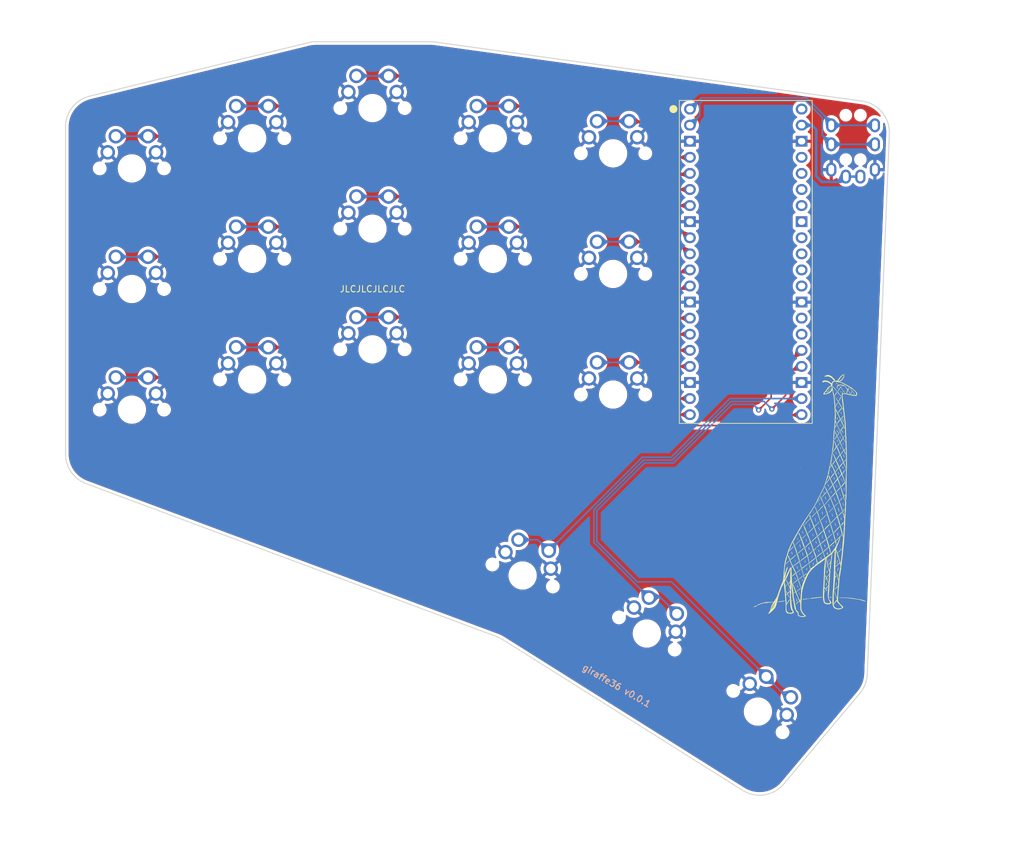
<source format=kicad_pcb>
(kicad_pcb (version 20221018) (generator pcbnew)
  (title_block (title "giraffe36_pcb") (rev "v1.0.0") (company "Unknown"))
  (layers (0 "F.Cu" signal) (31 "B.Cu" signal) (34 "B.Paste" user) (35 "F.Paste" user) (36 "B.SilkS" user "B.Silkscreen") (37 "F.SilkS" user "F.Silkscreen") (38 "B.Mask" user) (39 "F.Mask" user) (44 "Edge.Cuts" user))
  (net 0 "")
  (net 1 "matrix_pinky_bottom")
  (net 2 "GND")
  (net 3 "matrix_pinky_home")
  (net 4 "matrix_pinky_top")
  (net 5 "matrix_ring_bottom")
  (net 6 "matrix_ring_home")
  (net 7 "matrix_ring_top")
  (net 8 "matrix_middle_bottom")
  (net 9 "matrix_middle_home")
  (net 10 "matrix_middle_top")
  (net 11 "matrix_index_bottom")
  (net 12 "matrix_index_home")
  (net 13 "matrix_index_top")
  (net 14 "matrix_inner_bottom")
  (net 15 "matrix_inner_home")
  (net 16 "matrix_inner_top")
  (net 17 "thumbfan_near_home")
  (net 18 "thumbfan_home_home")
  (net 19 "thumbfan_far_home")
  (net 20 "GP0")
  (net 21 "GP1")
  (net 22 "GP20")
  (net 23 "GP21")
  (net 24 "GP22")
  (net 25 "RUN")
  (net 26 "GP26")
  (net 27 "GP27")
  (net 28 "AGND")
  (net 29 "GP28")
  (net 30 "ADC_VREF")
  (net 31 "3V3")
  (net 32 "3V3_EN")
  (net 33 "VSYS")
  (net 34 "VBUS")
  (footprint "MX" (layer "F.Cu") (at 190.4 142.875)
    (fp_text reference "S7" hide)
    (fp_text value "" hide)
    (pad "" np_thru_hole circle (at -5.08 0) (size 1.7018 1.7018) (drill 1.7018) (layers "*.Cu" "*.Mask"))
    (pad "" np_thru_hole circle (at 0 0) (size 3.9878 3.9878) (drill 3.9878) (layers "*.Cu" "*.Mask"))
    (pad "" np_thru_hole circle (at 5.08 0) (size 1.7018 1.7018) (drill 1.7018) (layers "*.Cu" "*.Mask"))
    (pad "1" thru_hole circle (at -2.54 -5.08) (size 2.286 2.286) (drill 1.4986) (layers "*.Cu" "*.Mask") (net 8 "matrix_middle_bottom"))
    (pad "1" thru_hole circle (at 2.54 -5.08) (size 2.286 2.286) (drill 1.4986) (layers "*.Cu" "*.Mask") (net 8 "matrix_middle_bottom"))
    (pad "2" thru_hole circle (at -3.81 -2.54) (size 2.286 2.286) (drill 1.4986) (layers "*.Cu" "*.Mask") (net 2 "GND"))
    (pad "2" thru_hole circle (at 3.81 -2.54) (size 2.286 2.286) (drill 1.4986) (layers "*.Cu" "*.Mask") (net 2 "GND"))
  )
  (footprint "RPi_Pico_TH_oval_face_up" (layer "F.Cu") (at 249.355 129.06375)
    (fp_text reference "U0" hide)
    (fp_text value "Pico")
    (pad "1" thru_hole oval (at -8.82 -24.13) (size 1.84 1.7) (drill oval 1.16 1.02) (layers "*.Cu" "*.Mask") (net 20 "GP0"))
    (pad "2" thru_hole oval (at -8.82 -21.59) (size 1.84 1.7) (drill oval 1.16 1.02) (layers "*.Cu" "*.Mask") (net 21 "GP1"))
    (pad "3" thru_hole rect (at -8.82 -19.05) (size 1.84 1.7) (drill oval 1.16 1.02) (layers "*.Cu" "*.Mask") (net 2 "GND"))
    (pad "4" thru_hole oval (at -8.82 -16.51) (size 1.84 1.7) (drill oval 1.16 1.02) (layers "*.Cu" "*.Mask") (net 16 "matrix_inner_top"))
    (pad "5" thru_hole oval (at -8.82 -13.97) (size 1.84 1.7) (drill oval 1.16 1.02) (layers "*.Cu" "*.Mask") (net 13 "matrix_index_top"))
    (pad "6" thru_hole oval (at -8.82 -11.43) (size 1.84 1.7) (drill oval 1.16 1.02) (layers "*.Cu" "*.Mask") (net 10 "matrix_middle_top"))
    (pad "7" thru_hole oval (at -8.82 -8.89) (size 1.84 1.7) (drill oval 1.16 1.02) (layers "*.Cu" "*.Mask") (net 7 "matrix_ring_top"))
    (pad "8" thru_hole rect (at -8.82 -6.35) (size 1.84 1.7) (drill oval 1.16 1.02) (layers "*.Cu" "*.Mask") (net 2 "GND"))
    (pad "9" thru_hole oval (at -8.82 -3.81) (size 1.84 1.7) (drill oval 1.16 1.02) (layers "*.Cu" "*.Mask") (net 4 "matrix_pinky_top"))
    (pad "10" thru_hole oval (at -8.82 -1.27) (size 1.84 1.7) (drill oval 1.16 1.02) (layers "*.Cu" "*.Mask") (net 15 "matrix_inner_home"))
    (pad "11" thru_hole oval (at -8.82 1.27) (size 1.84 1.7) (drill oval 1.16 1.02) (layers "*.Cu" "*.Mask") (net 12 "matrix_index_home"))
    (pad "12" thru_hole oval (at -8.82 3.81) (size 1.84 1.7) (drill oval 1.16 1.02) (layers "*.Cu" "*.Mask") (net 9 "matrix_middle_home"))
    (pad "13" thru_hole rect (at -8.82 6.35) (size 1.84 1.7) (drill oval 1.16 1.02) (layers "*.Cu" "*.Mask") (net 2 "GND"))
    (pad "14" thru_hole oval (at -8.82 8.89) (size 1.84 1.7) (drill oval 1.16 1.02) (layers "*.Cu" "*.Mask") (net 6 "matrix_ring_home"))
    (pad "15" thru_hole oval (at -8.82 11.43) (size 1.84 1.7) (drill oval 1.16 1.02) (layers "*.Cu" "*.Mask") (net 3 "matrix_pinky_home"))
    (pad "16" thru_hole oval (at -8.82 13.97) (size 1.84 1.7) (drill oval 1.16 1.02) (layers "*.Cu" "*.Mask") (net 14 "matrix_inner_bottom"))
    (pad "17" thru_hole oval (at -8.82 16.51) (size 1.84 1.7) (drill oval 1.16 1.02) (layers "*.Cu" "*.Mask") (net 11 "matrix_index_bottom"))
    (pad "18" thru_hole rect (at -8.82 19.05) (size 1.84 1.7) (drill oval 1.16 1.02) (layers "*.Cu" "*.Mask") (net 2 "GND"))
    (pad "19" thru_hole oval (at -8.82 21.59) (size 1.84 1.7) (drill oval 1.16 1.02) (layers "*.Cu" "*.Mask") (net 8 "matrix_middle_bottom"))
    (pad "20" thru_hole oval (at -8.82 24.13) (size 1.84 1.7) (drill oval 1.16 1.02) (layers "*.Cu" "*.Mask") (net 5 "matrix_ring_bottom"))
    (pad "21" thru_hole oval (at 8.82 24.13) (size 1.84 1.7) (drill oval 1.16 1.02) (layers "*.Cu" "*.Mask") (net 1 "matrix_pinky_bottom"))
    (pad "22" thru_hole oval (at 8.82 21.59) (size 1.84 1.7) (drill oval 1.16 1.02) (layers "*.Cu" "*.Mask") (net 17 "thumbfan_near_home"))
    (pad "23" thru_hole rect (at 8.82 19.05) (size 1.84 1.7) (drill oval 1.16 1.02) (layers "*.Cu" "*.Mask") (net 2 "GND"))
    (pad "24" thru_hole oval (at 8.82 16.51) (size 1.84 1.7) (drill oval 1.16 1.02) (layers "*.Cu" "*.Mask") (net 18 "thumbfan_home_home"))
    (pad "25" thru_hole oval (at 8.82 13.97) (size 1.84 1.7) (drill oval 1.16 1.02) (layers "*.Cu" "*.Mask") (net 19 "thumbfan_far_home"))
    (pad "26" thru_hole oval (at 8.82 11.43) (size 1.84 1.7) (drill oval 1.16 1.02) (layers "*.Cu" "*.Mask") (net 22 "GP20"))
    (pad "27" thru_hole oval (at 8.82 8.89) (size 1.84 1.7) (drill oval 1.16 1.02) (layers "*.Cu" "*.Mask") (net 23 "GP21"))
    (pad "28" thru_hole rect (at 8.82 6.35) (size 1.84 1.7) (drill oval 1.16 1.02) (layers "*.Cu" "*.Mask") (net 2 "GND"))
    (pad "29" thru_hole oval (at 8.82 3.81) (size 1.84 1.7) (drill oval 1.16 1.02) (layers "*.Cu" "*.Mask") (net 24 "GP22"))
    (pad "30" thru_hole oval (at 8.82 1.27) (size 1.84 1.7) (drill oval 1.16 1.02) (layers "*.Cu" "*.Mask") (net 25 "RUN"))
    (pad "31" thru_hole oval (at 8.82 -1.27) (size 1.84 1.7) (drill oval 1.16 1.02) (layers "*.Cu" "*.Mask") (net 26 "GP26"))
    (pad "32" thru_hole oval (at 8.82 -3.81) (size 1.84 1.7) (drill oval 1.16 1.02) (layers "*.Cu" "*.Mask") (net 27 "GP27"))
    (pad "33" thru_hole rect (at 8.82 -6.35) (size 1.84 1.7) (drill oval 1.16 1.02) (layers "*.Cu" "*.Mask") (net 28 "AGND"))
    (pad "34" thru_hole oval (at 8.82 -8.89) (size 1.84 1.7) (drill oval 1.16 1.02) (layers "*.Cu" "*.Mask") (net 29 "GP28"))
    (pad "35" thru_hole oval (at 8.82 -11.43) (size 1.84 1.7) (drill oval 1.16 1.02) (layers "*.Cu" "*.Mask") (net 30 "ADC_VREF"))
    (pad "36" thru_hole oval (at 8.82 -13.97) (size 1.84 1.7) (drill oval 1.16 1.02) (layers "*.Cu" "*.Mask") (net 31 "3V3"))
    (pad "37" thru_hole oval (at 8.82 -16.51) (size 1.84 1.7) (drill oval 1.16 1.02) (layers "*.Cu" "*.Mask") (net 32 "3V3_EN"))
    (pad "38" thru_hole rect (at 8.82 -19.05) (size 1.84 1.7) (drill oval 1.16 1.02) (layers "*.Cu" "*.Mask") (net 2 "GND"))
    (pad "39" thru_hole oval (at 8.82 -21.59) (size 1.84 1.7) (drill oval 1.16 1.02) (layers "*.Cu" "*.Mask") (net 33 "VSYS"))
    (pad "40" thru_hole oval (at 8.82 -24.13) (size 1.84 1.7) (drill oval 1.16 1.02) (layers "*.Cu" "*.Mask") (net 34 "VBUS"))
  )
  (footprint "MX" (layer "F.Cu") (at 209.4 109.5375)
    (fp_text reference "S12" hide)
    (fp_text value "" hide)
    (pad "" np_thru_hole circle (at -5.08 0) (size 1.7018 1.7018) (drill 1.7018) (layers "*.Cu" "*.Mask"))
    (pad "" np_thru_hole circle (at 0 0) (size 3.9878 3.9878) (drill 3.9878) (layers "*.Cu" "*.Mask"))
    (pad "" np_thru_hole circle (at 5.08 0) (size 1.7018 1.7018) (drill 1.7018) (layers "*.Cu" "*.Mask"))
    (pad "1" thru_hole circle (at -2.54 -5.08) (size 2.286 2.286) (drill 1.4986) (layers "*.Cu" "*.Mask") (net 13 "matrix_index_top"))
    (pad "1" thru_hole circle (at 2.54 -5.08) (size 2.286 2.286) (drill 1.4986) (layers "*.Cu" "*.Mask") (net 13 "matrix_index_top"))
    (pad "2" thru_hole circle (at -3.81 -2.54) (size 2.286 2.286) (drill 1.4986) (layers "*.Cu" "*.Mask") (net 2 "GND"))
    (pad "2" thru_hole circle (at 3.81 -2.54) (size 2.286 2.286) (drill 1.4986) (layers "*.Cu" "*.Mask") (net 2 "GND"))
  )
  (footprint "MX" (layer "F.Cu") (at 209.4 128.5875)
    (fp_text reference "S11" hide)
    (fp_text value "" hide)
    (pad "" np_thru_hole circle (at -5.08 0) (size 1.7018 1.7018) (drill 1.7018) (layers "*.Cu" "*.Mask"))
    (pad "" np_thru_hole circle (at 0 0) (size 3.9878 3.9878) (drill 3.9878) (layers "*.Cu" "*.Mask"))
    (pad "" np_thru_hole circle (at 5.08 0) (size 1.7018 1.7018) (drill 1.7018) (layers "*.Cu" "*.Mask"))
    (pad "1" thru_hole circle (at -2.54 -5.08) (size 2.286 2.286) (drill 1.4986) (layers "*.Cu" "*.Mask") (net 12 "matrix_index_home"))
    (pad "1" thru_hole circle (at 2.54 -5.08) (size 2.286 2.286) (drill 1.4986) (layers "*.Cu" "*.Mask") (net 12 "matrix_index_home"))
    (pad "2" thru_hole circle (at -3.81 -2.54) (size 2.286 2.286) (drill 1.4986) (layers "*.Cu" "*.Mask") (net 2 "GND"))
    (pad "2" thru_hole circle (at 3.81 -2.54) (size 2.286 2.286) (drill 1.4986) (layers "*.Cu" "*.Mask") (net 2 "GND"))
  )
  (footprint "MX" (layer "F.Cu") (at 228.4 111.91875)
    (fp_text reference "S15" hide)
    (fp_text value "" hide)
    (pad "" np_thru_hole circle (at -5.08 0) (size 1.7018 1.7018) (drill 1.7018) (layers "*.Cu" "*.Mask"))
    (pad "" np_thru_hole circle (at 0 0) (size 3.9878 3.9878) (drill 3.9878) (layers "*.Cu" "*.Mask"))
    (pad "" np_thru_hole circle (at 5.08 0) (size 1.7018 1.7018) (drill 1.7018) (layers "*.Cu" "*.Mask"))
    (pad "1" thru_hole circle (at -2.54 -5.08) (size 2.286 2.286) (drill 1.4986) (layers "*.Cu" "*.Mask") (net 16 "matrix_inner_top"))
    (pad "1" thru_hole circle (at 2.54 -5.08) (size 2.286 2.286) (drill 1.4986) (layers "*.Cu" "*.Mask") (net 16 "matrix_inner_top"))
    (pad "2" thru_hole circle (at -3.81 -2.54) (size 2.286 2.286) (drill 1.4986) (layers "*.Cu" "*.Mask") (net 2 "GND"))
    (pad "2" thru_hole circle (at 3.81 -2.54) (size 2.286 2.286) (drill 1.4986) (layers "*.Cu" "*.Mask") (net 2 "GND"))
  )
  (footprint "MX" (layer "F.Cu") (at 152.4 133.35)
    (fp_text reference "S2" hide)
    (fp_text value "" hide)
    (pad "" np_thru_hole circle (at -5.08 0) (size 1.7018 1.7018) (drill 1.7018) (layers "*.Cu" "*.Mask"))
    (pad "" np_thru_hole circle (at 0 0) (size 3.9878 3.9878) (drill 3.9878) (layers "*.Cu" "*.Mask"))
    (pad "" np_thru_hole circle (at 5.08 0) (size 1.7018 1.7018) (drill 1.7018) (layers "*.Cu" "*.Mask"))
    (pad "1" thru_hole circle (at -2.54 -5.08) (size 2.286 2.286) (drill 1.4986) (layers "*.Cu" "*.Mask") (net 3 "matrix_pinky_home"))
    (pad "1" thru_hole circle (at 2.54 -5.08) (size 2.286 2.286) (drill 1.4986) (layers "*.Cu" "*.Mask") (net 3 "matrix_pinky_home"))
    (pad "2" thru_hole circle (at -3.81 -2.54) (size 2.286 2.286) (drill 1.4986) (layers "*.Cu" "*.Mask") (net 2 "GND"))
    (pad "2" thru_hole circle (at 3.81 -2.54) (size 2.286 2.286) (drill 1.4986) (layers "*.Cu" "*.Mask") (net 2 "GND"))
  )
  (footprint "MX" (layer "F.Cu") (at 251.268449 200.089807 -40)
    (fp_text reference "S18" hide)
    (fp_text value "" hide)
    (pad "" np_thru_hole circle (at -5.08 0) (size 1.7018 1.7018) (drill 1.7018) (layers "*.Cu" "*.Mask"))
    (pad "" np_thru_hole circle (at 0 0) (size 3.9878 3.9878) (drill 3.9878) (layers "*.Cu" "*.Mask"))
    (pad "" np_thru_hole circle (at 5.08 0) (size 1.7018 1.7018) (drill 1.7018) (layers "*.Cu" "*.Mask"))
    (pad "1" thru_hole circle (at -2.54 -5.08) (size 2.286 2.286) (drill 1.4986) (layers "*.Cu" "*.Mask") (net 19 "thumbfan_far_home"))
    (pad "1" thru_hole circle (at 2.54 -5.08) (size 2.286 2.286) (drill 1.4986) (layers "*.Cu" "*.Mask") (net 19 "thumbfan_far_home"))
    (pad "2" thru_hole circle (at -3.81 -2.54) (size 2.286 2.286) (drill 1.4986) (layers "*.Cu" "*.Mask") (net 2 "GND"))
    (pad "2" thru_hole circle (at 3.81 -2.54) (size 2.286 2.286) (drill 1.4986) (layers "*.Cu" "*.Mask") (net 2 "GND"))
  )
  (footprint "MX" (layer "F.Cu") (at 190.4 104.775)
    (fp_text reference "S9" hide)
    (fp_text value "" hide)
    (pad "" np_thru_hole circle (at -5.08 0) (size 1.7018 1.7018) (drill 1.7018) (layers "*.Cu" "*.Mask"))
    (pad "" np_thru_hole circle (at 0 0) (size 3.9878 3.9878) (drill 3.9878) (layers "*.Cu" "*.Mask"))
    (pad "" np_thru_hole circle (at 5.08 0) (size 1.7018 1.7018) (drill 1.7018) (layers "*.Cu" "*.Mask"))
    (pad "1" thru_hole circle (at -2.54 -5.08) (size 2.286 2.286) (drill 1.4986) (layers "*.Cu" "*.Mask") (net 10 "matrix_middle_top"))
    (pad "1" thru_hole circle (at 2.54 -5.08) (size 2.286 2.286) (drill 1.4986) (layers "*.Cu" "*.Mask") (net 10 "matrix_middle_top"))
    (pad "2" thru_hole circle (at -3.81 -2.54) (size 2.286 2.286) (drill 1.4986) (layers "*.Cu" "*.Mask") (net 2 "GND"))
    (pad "2" thru_hole circle (at 3.81 -2.54) (size 2.286 2.286) (drill 1.4986) (layers "*.Cu" "*.Mask") (net 2 "GND"))
  )
  (footprint "MX" (layer "F.Cu") (at 152.4 114.3)
    (fp_text reference "S3" hide)
    (fp_text value "" hide)
    (pad "" np_thru_hole circle (at -5.08 0) (size 1.7018 1.7018) (drill 1.7018) (layers "*.Cu" "*.Mask"))
    (pad "" np_thru_hole circle (at 0 0) (size 3.9878 3.9878) (drill 3.9878) (layers "*.Cu" "*.Mask"))
    (pad "" np_thru_hole circle (at 5.08 0) (size 1.7018 1.7018) (drill 1.7018) (layers "*.Cu" "*.Mask"))
    (pad "1" thru_hole circle (at -2.54 -5.08) (size 2.286 2.286) (drill 1.4986) (layers "*.Cu" "*.Mask") (net 4 "matrix_pinky_top"))
    (pad "1" thru_hole circle (at 2.54 -5.08) (size 2.286 2.286) (drill 1.4986) (layers "*.Cu" "*.Mask") (net 4 "matrix_pinky_top"))
    (pad "2" thru_hole circle (at -3.81 -2.54) (size 2.286 2.286) (drill 1.4986) (layers "*.Cu" "*.Mask") (net 2 "GND"))
    (pad "2" thru_hole circle (at 3.81 -2.54) (size 2.286 2.286) (drill 1.4986) (layers "*.Cu" "*.Mask") (net 2 "GND"))
  )
  (footprint "main:giraffe_small" (layer "F.Cu") (at 259.3594 166.2938)
    (fp_text reference "G***" hide)
    (fp_text value "LOGO" hide)
  )
  (footprint "MX" (layer "F.Cu") (at 171.4 109.5375)
    (fp_text reference "S6" hide)
    (fp_text value "" hide)
    (pad "" np_thru_hole circle (at -5.08 0) (size 1.7018 1.7018) (drill 1.7018) (layers "*.Cu" "*.Mask"))
    (pad "" np_thru_hole circle (at 0 0) (size 3.9878 3.9878) (drill 3.9878) (layers "*.Cu" "*.Mask"))
    (pad "" np_thru_hole circle (at 5.08 0) (size 1.7018 1.7018) (drill 1.7018) (layers "*.Cu" "*.Mask"))
    (pad "1" thru_hole circle (at -2.54 -5.08) (size 2.286 2.286) (drill 1.4986) (layers "*.Cu" "*.Mask") (net 7 "matrix_ring_top"))
    (pad "1" thru_hole circle (at 2.54 -5.08) (size 2.286 2.286) (drill 1.4986) (layers "*.Cu" "*.Mask") (net 7 "matrix_ring_top"))
    (pad "2" thru_hole circle (at -3.81 -2.54) (size 2.286 2.286) (drill 1.4986) (layers "*.Cu" "*.Mask") (net 2 "GND"))
    (pad "2" thru_hole circle (at 3.81 -2.54) (size 2.286 2.286) (drill 1.4986) (layers "*.Cu" "*.Mask") (net 2 "GND"))
  )
  (footprint "MX" (layer "F.Cu") (at 209.4 147.6375)
    (fp_text reference "S10" hide)
    (fp_text value "" hide)
    (pad "" np_thru_hole circle (at -5.08 0) (size 1.7018 1.7018) (drill 1.7018) (layers "*.Cu" "*.Mask"))
    (pad "" np_thru_hole circle (at 0 0) (size 3.9878 3.9878) (drill 3.9878) (layers "*.Cu" "*.Mask"))
    (pad "" np_thru_hole circle (at 5.08 0) (size 1.7018 1.7018) (drill 1.7018) (layers "*.Cu" "*.Mask"))
    (pad "1" thru_hole circle (at -2.54 -5.08) (size 2.286 2.286) (drill 1.4986) (layers "*.Cu" "*.Mask") (net 11 "matrix_index_bottom"))
    (pad "1" thru_hole circle (at 2.54 -5.08) (size 2.286 2.286) (drill 1.4986) (layers "*.Cu" "*.Mask") (net 11 "matrix_index_bottom"))
    (pad "2" thru_hole circle (at -3.81 -2.54) (size 2.286 2.286) (drill 1.4986) (layers "*.Cu" "*.Mask") (net 2 "GND"))
    (pad "2" thru_hole circle (at 3.81 -2.54) (size 2.286 2.286) (drill 1.4986) (layers "*.Cu" "*.Mask") (net 2 "GND"))
  )
  (footprint "MX" (layer "F.Cu") (at 228.4 150.01875)
    (fp_text reference "S13" hide)
    (fp_text value "" hide)
    (pad "" np_thru_hole circle (at -5.08 0) (size 1.7018 1.7018) (drill 1.7018) (layers "*.Cu" "*.Mask"))
    (pad "" np_thru_hole circle (at 0 0) (size 3.9878 3.9878) (drill 3.9878) (layers "*.Cu" "*.Mask"))
    (pad "" np_thru_hole circle (at 5.08 0) (size 1.7018 1.7018) (drill 1.7018) (layers "*.Cu" "*.Mask"))
    (pad "1" thru_hole circle (at -2.54 -5.08) (size 2.286 2.286) (drill 1.4986) (layers "*.Cu" "*.Mask") (net 14 "matrix_inner_bottom"))
    (pad "1" thru_hole circle (at 2.54 -5.08) (size 2.286 2.286) (drill 1.4986) (layers "*.Cu" "*.Mask") (net 14 "matrix_inner_bottom"))
    (pad "2" thru_hole circle (at -3.81 -2.54) (size 2.286 2.286) (drill 1.4986) (layers "*.Cu" "*.Mask") (net 2 "GND"))
    (pad "2" thru_hole circle (at 3.81 -2.54) (size 2.286 2.286) (drill 1.4986) (layers "*.Cu" "*.Mask") (net 2 "GND"))
  )
  (footprint "MX" (layer "F.Cu") (at 171.4 128.5875)
    (fp_text reference "S5" hide)
    (fp_text value "" hide)
    (pad "" np_thru_hole circle (at -5.08 0) (size 1.7018 1.7018) (drill 1.7018) (layers "*.Cu" "*.Mask"))
    (pad "" np_thru_hole circle (at 0 0) (size 3.9878 3.9878) (drill 3.9878) (layers "*.Cu" "*.Mask"))
    (pad "" np_thru_hole circle (at 5.08 0) (size 1.7018 1.7018) (drill 1.7018) (layers "*.Cu" "*.Mask"))
    (pad "1" thru_hole circle (at -2.54 -5.08) (size 2.286 2.286) (drill 1.4986) (layers "*.Cu" "*.Mask") (net 6 "matrix_ring_home"))
    (pad "1" thru_hole circle (at 2.54 -5.08) (size 2.286 2.286) (drill 1.4986) (layers "*.Cu" "*.Mask") (net 6 "matrix_ring_home"))
    (pad "2" thru_hole circle (at -3.81 -2.54) (size 2.286 2.286) (drill 1.4986) (layers "*.Cu" "*.Mask") (net 2 "GND"))
    (pad "2" thru_hole circle (at 3.81 -2.54) (size 2.286 2.286) (drill 1.4986) (layers "*.Cu" "*.Mask") (net 2 "GND"))
  )
  (footprint "MX" (layer "F.Cu") (at 214.1125 178.59375 -20)
    (fp_text reference "S16" hide)
    (fp_text value "" hide)
    (pad "" np_thru_hole circle (at -5.08 0) (size 1.7018 1.7018) (drill 1.7018) (layers "*.Cu" "*.Mask"))
    (pad "" np_thru_hole circle (at 0 0) (size 3.9878 3.9878) (drill 3.9878) (layers "*.Cu" "*.Mask"))
    (pad "" np_thru_hole circle (at 5.08 0) (size 1.7018 1.7018) (drill 1.7018) (layers "*.Cu" "*.Mask"))
    (pad "1" thru_hole circle (at -2.54 -5.08) (size 2.286 2.286) (drill 1.4986) (layers "*.Cu" "*.Mask") (net 17 "thumbfan_near_home"))
    (pad "1" thru_hole circle (at 2.54 -5.08) (size 2.286 2.286) (drill 1.4986) (layers "*.Cu" "*.Mask") (net 17 "thumbfan_near_home"))
    (pad "2" thru_hole circle (at -3.81 -2.54) (size 2.286 2.286) (drill 1.4986) (layers "*.Cu" "*.Mask") (net 2 "GND"))
    (pad "2" thru_hole circle (at 3.81 -2.54) (size 2.286 2.286) (drill 1.4986) (layers "*.Cu" "*.Mask") (net 2 "GND"))
  )
  (footprint "MX" (layer "F.Cu") (at 171.4 147.6375)
    (fp_text reference "S4" hide)
    (fp_text value "" hide)
    (pad "" np_thru_hole circle (at -5.08 0) (size 1.7018 1.7018) (drill 1.7018) (layers "*.Cu" "*.Mask"))
    (pad "" np_thru_hole circle (at 0 0) (size 3.9878 3.9878) (drill 3.9878) (layers "*.Cu" "*.Mask"))
    (pad "" np_thru_hole circle (at 5.08 0) (size 1.7018 1.7018) (drill 1.7018) (layers "*.Cu" "*.Mask"))
    (pad "1" thru_hole circle (at -2.54 -5.08) (size 2.286 2.286) (drill 1.4986) (layers "*.Cu" "*.Mask") (net 5 "matrix_ring_bottom"))
    (pad "1" thru_hole circle (at 2.54 -5.08) (size 2.286 2.286) (drill 1.4986) (layers "*.Cu" "*.Mask") (net 5 "matrix_ring_bottom"))
    (pad "2" thru_hole circle (at -3.81 -2.54) (size 2.286 2.286) (drill 1.4986) (layers "*.Cu" "*.Mask") (net 2 "GND"))
    (pad "2" thru_hole circle (at 3.81 -2.54) (size 2.286 2.286) (drill 1.4986) (layers "*.Cu" "*.Mask") (net 2 "GND"))
  )
  (footprint "TRRS-PJ-320A-dual" (layer "F.Cu") (at 267.4525 104.29875)
    (fp_text reference "TRRS1")
    (fp_text value "TRRS-PJ-320A-dual")
    (pad "" np_thru_hole circle (at -2.3 1.6) (size 1.5 1.5) (drill 1.5) (layers "*.Cu" "*.Mask"))
    (pad "" np_thru_hole circle (at -2.3 8.6) (size 1.5 1.5) (drill 1.5) (layers "*.Cu" "*.Mask"))
    (pad "" np_thru_hole circle (at 0 1.6) (size 1.5 1.5) (drill 1.5) (layers "*.Cu" "*.Mask"))
    (pad "" np_thru_hole circle (at 0 8.6) (size 1.5 1.5) (drill 1.5) (layers "*.Cu" "*.Mask"))
    (pad "1" thru_hole oval (at -2.3 11.3) (size 1.6 2.2) (drill oval 0.9 1.5) (layers "*.Cu" "*.Mask") (net 33 "VSYS"))
    (pad "1" thru_hole oval (at 0 11.3) (size 1.6 2.2) (drill oval 0.9 1.5) (layers "*.Cu" "*.Mask") (net 33 "VSYS"))
    (pad "2" thru_hole oval (at -4.6 10.2) (size 1.6 2.2) (drill oval 0.9 1.5) (layers "*.Cu" "*.Mask") (net 2 "GND"))
    (pad "2" thru_hole oval (at 2.3 10.2) (size 1.6 2.2) (drill oval 0.9 1.5) (layers "*.Cu" "*.Mask") (net 2 "GND"))
    (pad "3" thru_hole oval (at -4.6 6.2) (size 1.6 2.2) (drill oval 0.9 1.5) (layers "*.Cu" "*.Mask") (net 21 "GP1"))
    (pad "3" thru_hole oval (at 2.3 6.2) (size 1.6 2.2) (drill oval 0.9 1.5) (layers "*.Cu" "*.Mask") (net 21 "GP1"))
    (pad "4" thru_hole oval (at -4.6 3.2) (size 1.6 2.2) (drill oval 0.9 1.5) (layers "*.Cu" "*.Mask") (net 20 "GP0"))
    (pad "4" thru_hole oval (at 2.3 3.2) (size 1.6 2.2) (drill oval 0.9 1.5) (layers "*.Cu" "*.Mask") (net 20 "GP0"))
  )
  (footprint "MX" (layer "F.Cu") (at 228.4 130.96875)
    (fp_text reference "S14" hide)
    (fp_text value "" hide)
    (pad "" np_thru_hole circle (at -5.08 0) (size 1.7018 1.7018) (drill 1.7018) (layers "*.Cu" "*.Mask"))
    (pad "" np_thru_hole circle (at 0 0) (size 3.9878 3.9878) (drill 3.9878) (layers "*.Cu" "*.Mask"))
    (pad "" np_thru_hole circle (at 5.08 0) (size 1.7018 1.7018) (drill 1.7018) (layers "*.Cu" "*.Mask"))
    (pad "1" thru_hole circle (at -2.54 -5.08) (size 2.286 2.286) (drill 1.4986) (layers "*.Cu" "*.Mask") (net 15 "matrix_inner_home"))
    (pad "1" thru_hole circle (at 2.54 -5.08) (size 2.286 2.286) (drill 1.4986) (layers "*.Cu" "*.Mask") (net 15 "matrix_inner_home"))
    (pad "2" thru_hole circle (at -3.81 -2.54) (size 2.286 2.286) (drill 1.4986) (layers "*.Cu" "*.Mask") (net 2 "GND"))
    (pad "2" thru_hole circle (at 3.81 -2.54) (size 2.286 2.286) (drill 1.4986) (layers "*.Cu" "*.Mask") (net 2 "GND"))
  )
  (footprint "MX" (layer "F.Cu") (at 233.726952 187.758217 -30)
    (fp_text reference "S17" hide)
    (fp_text value "" hide)
    (pad "" np_thru_hole circle (at -5.08 0) (size 1.7018 1.7018) (drill 1.7018) (layers "*.Cu" "*.Mask"))
    (pad "" np_thru_hole circle (at 0 0) (size 3.9878 3.9878) (drill 3.9878) (layers "*.Cu" "*.Mask"))
    (pad "" np_thru_hole circle (at 5.08 0) (size 1.7018 1.7018) (drill 1.7018) (layers "*.Cu" "*.Mask"))
    (pad "1" thru_hole circle (at -2.54 -5.08) (size 2.286 2.286) (drill 1.4986) (layers "*.Cu" "*.Mask") (net 18 "thumbfan_home_home"))
    (pad "1" thru_hole circle (at 2.54 -5.08) (size 2.286 2.286) (drill 1.4986) (layers "*.Cu" "*.Mask") (net 18 "thumbfan_home_home"))
    (pad "2" thru_hole circle (at -3.81 -2.54) (size 2.286 2.286) (drill 1.4986) (layers "*.Cu" "*.Mask") (net 2 "GND"))
    (pad "2" thru_hole circle (at 3.81 -2.54) (size 2.286 2.286) (drill 1.4986) (layers "*.Cu" "*.Mask") (net 2 "GND"))
  )
  (footprint "MX" (layer "F.Cu") (at 152.4 152.4)
    (fp_text reference "S1" hide)
    (fp_text value "" hide)
    (pad "" np_thru_hole circle (at -5.08 0) (size 1.7018 1.7018) (drill 1.7018) (layers "*.Cu" "*.Mask"))
    (pad "" np_thru_hole circle (at 0 0) (size 3.9878 3.9878) (drill 3.9878) (layers "*.Cu" "*.Mask"))
    (pad "" np_thru_hole circle (at 5.08 0) (size 1.7018 1.7018) (drill 1.7018) (layers "*.Cu" "*.Mask"))
    (pad "1" thru_hole circle (at -2.54 -5.08) (size 2.286 2.286) (drill 1.4986) (layers "*.Cu" "*.Mask") (net 1 "matrix_pinky_bottom"))
    (pad "1" thru_hole circle (at 2.54 -5.08) (size 2.286 2.286) (drill 1.4986) (layers "*.Cu" "*.Mask") (net 1 "matrix_pinky_bottom"))
    (pad "2" thru_hole circle (at -3.81 -2.54) (size 2.286 2.286) (drill 1.4986) (layers "*.Cu" "*.Mask") (net 2 "GND"))
    (pad "2" thru_hole circle (at 3.81 -2.54) (size 2.286 2.286) (drill 1.4986) (layers "*.Cu" "*.Mask") (net 2 "GND"))
  )
  (footprint "MX" (layer "F.Cu") (at 190.4 123.825)
    (fp_text reference "S8" hide)
    (fp_text value "" hide)
    (pad "" np_thru_hole circle (at -5.08 0) (size 1.7018 1.7018) (drill 1.7018) (layers "*.Cu" "*.Mask"))
    (pad "" np_thru_hole circle (at 0 0) (size 3.9878 3.9878) (drill 3.9878) (layers "*.Cu" "*.Mask"))
    (pad "" np_thru_hole circle (at 5.08 0) (size 1.7018 1.7018) (drill 1.7018) (layers "*.Cu" "*.Mask"))
    (pad "1" thru_hole circle (at -2.54 -5.08) (size 2.286 2.286) (drill 1.4986) (layers "*.Cu" "*.Mask") (net 9 "matrix_middle_home"))
    (pad "1" thru_hole circle (at 2.54 -5.08) (size 2.286 2.286) (drill 1.4986) (layers "*.Cu" "*.Mask") (net 9 "matrix_middle_home"))
    (pad "2" thru_hole circle (at -3.81 -2.54) (size 2.286 2.286) (drill 1.4986) (layers "*.Cu" "*.Mask") (net 2 "GND"))
    (pad "2" thru_hole circle (at 3.81 -2.54) (size 2.286 2.286) (drill 1.4986) (layers "*.Cu" "*.Mask") (net 2 "GND"))
  )
  (gr_arc (start 141.922501 107.747172) (mid 142.98942 104.659962) (end 145.734849 102.890272) (stroke (width 0.15)) (layer "Edge.Cuts"))
  (gr_line (start 268.548023 194.175934) (end 272.029985 108.833438) (stroke (width 0.15)) (layer "Edge.Cuts"))
  (gr_arc (start 255.36083 211.512794) (mid 252.306551 213.23828) (end 248.870324 212.532399) (stroke (width 0.15)) (layer "Edge.Cuts"))
  (gr_arc (start 210.048528 188.260368) (mid 210.517371 188.462887) (end 210.96311 188.712177) (stroke (width 0.15)) (layer "Edge.Cuts"))
  (gr_arc (start 199.580767 94.2975) (mid 199.924187 94.309308) (end 200.265986 94.344675) (stroke (width 0.15)) (layer "Edge.Cuts"))
  (gr_line (start 141.9225 107.747172) (end 141.9225 159.404657) (stroke (width 0.15)) (layer "Edge.Cuts"))
  (gr_arc (start 267.71936 103.676784) (mid 270.870336 105.422802) (end 272.029985 108.833438) (stroke (width 0.15)) (layer "Edge.Cuts"))
  (gr_line (start 145.176799 164.090009) (end 210.048527 188.260368) (stroke (width 0.15)) (layer "Edge.Cuts"))
  (gr_arc (start 268.548022 194.175934) (mid 268.214801 195.777638) (end 267.382401 197.186042) (stroke (width 0.15)) (layer "Edge.Cuts"))
  (gr_arc (start 180.289795 94.440599) (mid 180.879326 94.333403) (end 181.477446 94.2975) (stroke (width 0.15)) (layer "Edge.Cuts"))
  (gr_arc (start 145.176799 164.090009) (mid 142.81589 162.25698) (end 141.9225 159.404657) (stroke (width 0.15)) (layer "Edge.Cuts"))
  (gr_line (start 180.289795 94.440599) (end 145.734849 102.890272) (stroke (width 0.15)) (layer "Edge.Cuts"))
  (gr_line (start 267.71936 103.676783) (end 200.265986 94.344675) (stroke (width 0.15)) (layer "Edge.Cuts"))
  (gr_line (start 255.36083 211.512793) (end 267.382401 197.186042) (stroke (width 0.15)) (layer "Edge.Cuts"))
  (gr_line (start 199.580767 94.2975) (end 181.477446 94.2975) (stroke (width 0.15)) (layer "Edge.Cuts"))
  (gr_line (start 210.96311 188.712177) (end 248.870324 212.532399) (stroke (width 0.15)) (layer "Edge.Cuts"))
  (gr_text "giraffe36 v0.0.1" (at 228.964452 196.007109 -30) (layer "B.SilkS") (effects (font (size 1 1))))
  (gr_text "giraffe36 v0.0.1" (at 228.964452 196.007109 -30) (layer "F.SilkS") (effects (font (size 1 1))))
  (gr_text "JLCJLCJLCJLC" (at 190.4 133.35) (layer "F.SilkS") (effects (font (size 1 1))))
  (segment (start 218.167412 155.4844) (end 220.827212 158.1442) (width 0.25) (layer "F.Cu") (net 1))
  (segment (start 161.8996 149.2504) (end 161.8996 152.0444) (width 0.25) (layer "F.Cu") (net 1))
  (segment (start 196.789208 150.2592) (end 202.014408 155.4844) (width 0.25) (layer "F.Cu") (net 1))
  (segment (start 178.308 154.5844) (end 182.6332 150.2592) (width 0.25) (layer "F.Cu") (net 1))
  (segment (start 182.6332 150.2592) (end 196.789208 150.2592) (width 0.25) (layer "F.Cu") (net 1))
  (segment (start 161.8996 152.0444) (end 164.4396 154.5844) (width 0.25) (layer "F.Cu") (net 1))
  (segment (start 154.94 147.32) (end 159.9692 147.32) (width 0.25) (layer "F.Cu") (net 1))
  (segment (start 220.827212 158.1442) (end 235.813988 158.1442) (width 0.25) (layer "F.Cu") (net 1))
  (segment (start 202.014408 155.4844) (end 218.167412 155.4844) (width 0.25) (layer "F.Cu") (net 1))
  (segment (start 256.55905 153.19375) (end 258.175 153.19375) (width 0.25) (layer "F.Cu") (net 1))
  (segment (start 164.4396 154.5844) (end 178.308 154.5844) (width 0.25) (layer "F.Cu") (net 1))
  (segment (start 235.813988 158.1442) (end 239.043588 154.9146) (width 0.25) (layer "F.Cu") (net 1))
  (segment (start 239.043588 154.9146) (end 254.8382 154.9146) (width 0.25) (layer "F.Cu") (net 1))
  (segment (start 159.9692 147.32) (end 161.8996 149.2504) (width 0.25) (layer "F.Cu") (net 1))
  (segment (start 254.8382 154.9146) (end 256.55905 153.19375) (width 0.25) (layer "F.Cu") (net 1))
  (segment (start 149.86 147.32) (end 154.94 147.32) (width 0.25) (layer "B.Cu") (net 1))
  (segment (start 202.395408 136.3582) (end 217.888012 136.3582) (width 0.25) (layer "F.Cu") (net 3))
  (segment (start 179.5526 135.5598) (end 183.8524 131.26) (width 0.25) (layer "F.Cu") (net 3))
  (segment (start 220.801812 139.272) (end 235.538 139.272) (width 0.25) (layer "F.Cu") (net 3))
  (segment (start 159.3596 128.27) (end 161.8742 130.7846) (width 0.25) (layer "F.Cu") (net 3))
  (segment (start 183.8524 131.26) (end 197.297208 131.26) (width 0.25) (layer "F.Cu") (net 3))
  (segment (start 161.8742 133.4262) (end 164.0078 135.5598) (width 0.25) (layer "F.Cu") (net 3))
  (segment (start 217.888012 136.3582) (end 220.801812 139.272) (width 0.25) (layer "F.Cu") (net 3))
  (segment (start 235.538 139.272) (end 236.75975 140.49375) (width 0.25) (layer "F.Cu") (net 3))
  (segment (start 197.297208 131.26) (end 202.395408 136.3582) (width 0.25) (layer "F.Cu") (net 3))
  (segment (start 161.8742 130.7846) (end 161.8742 133.4262) (width 0.25) (layer "F.Cu") (net 3))
  (segment (start 164.0078 135.5598) (end 179.5526 135.5598) (width 0.25) (layer "F.Cu") (net 3))
  (segment (start 154.94 128.27) (end 159.3596 128.27) (width 0.25) (layer "F.Cu") (net 3))
  (segment (start 236.75975 140.49375) (end 240.535 140.49375) (width 0.25) (layer "F.Cu") (net 3))
  (segment (start 149.86 128.27) (end 154.94 128.27) (width 0.25) (layer "B.Cu") (net 3))
  (segment (start 218.192812 117.359) (end 221.081212 120.2474) (width 0.25) (layer "F.Cu") (net 4))
  (segment (start 221.081212 120.2474) (end 235.3056 120.2474) (width 0.25) (layer "F.Cu") (net 4))
  (segment (start 235.3056 120.2474) (end 240.31195 125.25375) (width 0.25) (layer "F.Cu") (net 4))
  (segment (start 162.3496 112.1338) (end 196.992408 112.1338) (width 0.25) (layer "F.Cu") (net 4))
  (segment (start 196.992408 112.1338) (end 202.217608 117.359) (width 0.25) (layer "F.Cu") (net 4))
  (segment (start 202.217608 117.359) (end 218.192812 117.359) (width 0.25) (layer "F.Cu") (net 4))
  (segment (start 154.94 109.22) (end 159.4358 109.22) (width 0.25) (layer "F.Cu") (net 4))
  (segment (start 159.4358 109.22) (end 162.3496 112.1338) (width 0.25) (layer "F.Cu") (net 4))
  (segment (start 154.94 109.22) (end 149.86 109.22) (width 0.25) (layer "B.Cu") (net 4))
  (segment (start 238.68845 153.19375) (end 240.535 153.19375) (width 0.25) (layer "F.Cu") (net 5))
  (segment (start 221.013608 157.6942) (end 235.627592 157.6942) (width 0.25) (layer "F.Cu") (net 5))
  (segment (start 178.8541 142.5575) (end 180.7972 144.5006) (width 0.25) (layer "F.Cu") (net 5))
  (segment (start 236.9676 156.354192) (end 236.9676 154.9146) (width 0.25) (layer "F.Cu") (net 5))
  (segment (start 202.200804 155.0344) (end 218.353808 155.0344) (width 0.25) (layer "F.Cu") (net 5))
  (segment (start 180.7972 147.193) (end 183.4134 149.8092) (width 0.25) (layer "F.Cu") (net 5))
  (segment (start 180.7972 144.5006) (end 180.7972 147.193) (width 0.25) (layer "F.Cu") (net 5))
  (segment (start 236.9676 154.9146) (end 238.68845 153.19375) (width 0.25) (layer "F.Cu") (net 5))
  (segment (start 173.94 142.5575) (end 178.8541 142.5575) (width 0.25) (layer "F.Cu") (net 5))
  (segment (start 218.353808 155.0344) (end 221.013608 157.6942) (width 0.25) (layer "F.Cu") (net 5))
  (segment (start 235.627592 157.6942) (end 236.9676 156.354192) (width 0.25) (layer "F.Cu") (net 5))
  (segment (start 196.975604 149.8092) (end 202.200804 155.0344) (width 0.25) (layer "F.Cu") (net 5))
  (segment (start 183.4134 149.8092) (end 196.975604 149.8092) (width 0.25) (layer "F.Cu") (net 5))
  (segment (start 168.86 142.5575) (end 173.94 142.5575) (width 0.25) (layer "B.Cu") (net 5))
  (segment (start 180.8226 125.984) (end 180.8226 128.1684) (width 0.25) (layer "F.Cu") (net 6))
  (segment (start 202.581804 135.9082) (end 218.074408 135.9082) (width 0.25) (layer "F.Cu") (net 6))
  (segment (start 235.602192 138.822) (end 236.475396 137.948796) (width 0.25) (layer "F.Cu") (net 6))
  (segment (start 218.074408 135.9082) (end 220.988208 138.822) (width 0.25) (layer "F.Cu") (net 6))
  (segment (start 180.8226 128.1684) (end 183.4642 130.81) (width 0.25) (layer "F.Cu") (net 6))
  (segment (start 197.483604 130.81) (end 202.581804 135.9082) (width 0.25) (layer "F.Cu") (net 6))
  (segment (start 183.4642 130.81) (end 197.483604 130.81) (width 0.25) (layer "F.Cu") (net 6))
  (segment (start 236.50575 137.95375) (end 240.535 137.95375) (width 0.25) (layer "F.Cu") (net 6))
  (segment (start 173.94 123.5075) (end 178.3461 123.5075) (width 0.25) (layer "F.Cu") (net 6))
  (segment (start 220.988208 138.822) (end 235.602192 138.822) (width 0.25) (layer "F.Cu") (net 6))
  (segment (start 178.3461 123.5075) (end 180.8226 125.984) (width 0.25) (layer "F.Cu") (net 6))
  (segment (start 168.86 123.5075) (end 173.94 123.5075) (width 0.25) (layer "B.Cu") (net 6))
  (segment (start 178.2445 104.4575) (end 173.94 104.4575) (width 0.25) (layer "F.Cu") (net 7))
  (segment (start 197.2564 111.761396) (end 197.2564 111.76) (width 0.25) (layer "F.Cu") (net 7))
  (segment (start 236.01215 120.17375) (end 235.6358 119.7974) (width 0.25) (layer "F.Cu") (net 7))
  (segment (start 240.535 120.17375) (end 236.01215 120.17375) (width 0.25) (layer "F.Cu") (net 7))
  (segment (start 218.379208 116.909) (end 202.404004 116.909) (width 0.25) (layer "F.Cu") (net 7))
  (segment (start 183.1086 111.6838) (end 197.1802 111.6838) (width 0.25) (layer "F.Cu") (net 7))
  (segment (start 202.404004 116.909) (end 197.2564 111.761396) (width 0.25) (layer "F.Cu") (net 7))
  (segment (start 180.975 107.188) (end 178.2445 104.4575) (width 0.25) (layer "F.Cu") (net 7))
  (segment (start 180.975 107.188) (end 180.975 109.5502) (width 0.25) (layer "F.Cu") (net 7))
  (segment (start 180.975 109.5502) (end 183.1086 111.6838) (width 0.25) (layer "F.Cu") (net 7))
  (segment (start 197.1802 111.6838) (end 197.2564 111.76) (width 0.25) (layer "F.Cu") (net 7))
  (segment (start 235.6358 119.7974) (end 221.267608 119.7974) (width 0.25) (layer "F.Cu") (net 7))
  (segment (start 221.267608 119.7974) (end 218.379208 116.909) (width 0.25) (layer "F.Cu") (net 7))
  (segment (start 173.94 104.4575) (end 168.86 104.4575) (width 0.25) (layer "B.Cu") (net 7))
  (segment (start 221.200004 157.2442) (end 235.441196 157.2442) (width 0.25) (layer "F.Cu") (net 8))
  (segment (start 199.9234 152.1206) (end 202.3872 154.5844) (width 0.25) (layer "F.Cu") (net 8))
  (segment (start 236.5176 152.0262) (end 237.89005 150.65375) (width 0.25) (layer "F.Cu") (net 8))
  (segment (start 199.9234 140.589) (end 199.9234 152.1206) (width 0.25) (layer "F.Cu") (net 8))
  (segment (start 236.5176 156.167796) (end 236.5176 152.0262) (width 0.25) (layer "F.Cu") (net 8))
  (segment (start 237.89005 150.65375) (end 240.535 150.65375) (width 0.25) (layer "F.Cu") (net 8))
  (segment (start 197.1294 137.795) (end 199.9234 140.589) (width 0.25) (layer "F.Cu") (net 8))
  (segment (start 202.3872 154.5844) (end 218.540204 154.5844) (width 0.25) (layer "F.Cu") (net 8))
  (segment (start 192.94 137.795) (end 197.1294 137.795) (width 0.25) (layer "F.Cu") (net 8))
  (segment (start 218.540204 154.5844) (end 221.200004 157.2442) (width 0.25) (layer "F.Cu") (net 8))
  (segment (start 235.441196 157.2442) (end 236.5176 156.167796) (width 0.25) (layer "F.Cu") (net 8))
  (segment (start 187.86 137.795) (end 192.94 137.795) (width 0.25) (layer "B.Cu") (net 8))
  (segment (start 196.6214 118.745) (end 199.898 122.0216) (width 0.25) (layer "F.Cu") (net 9))
  (segment (start 239.59185 132.87375) (end 240.535 132.87375) (width 0.25) (layer "F.Cu") (net 9))
  (segment (start 192.94 118.745) (end 196.6214 118.745) (width 0.25) (layer "F.Cu") (net 9))
  (segment (start 199.898 122.0216) (end 199.898 132.588) (width 0.25) (layer "F.Cu") (net 9))
  (segment (start 237.3558 135.1098) (end 239.59185 132.87375) (width 0.25) (layer "F.Cu") (net 9))
  (segment (start 235.415796 138.372) (end 237.3558 136.431996) (width 0.25) (layer "F.Cu") (net 9))
  (segment (start 221.174604 138.372) (end 235.415796 138.372) (width 0.25) (layer "F.Cu") (net 9))
  (segment (start 218.260804 135.4582) (end 221.174604 138.372) (width 0.25) (layer "F.Cu") (net 9))
  (segment (start 202.7682 135.4582) (end 218.260804 135.4582) (width 0.25) (layer "F.Cu") (net 9))
  (segment (start 199.898 132.588) (end 202.7682 135.4582) (width 0.25) (layer "F.Cu") (net 9))
  (segment (start 237.3558 136.431996) (end 237.3558 135.1098) (width 0.25) (layer "F.Cu") (net 9))
  (segment (start 187.86 118.745) (end 192.94 118.745) (width 0.25) (layer "B.Cu") (net 9))
  (segment (start 240.535 117.63375) (end 237.281846 117.63375) (width 0.25) (layer "F.Cu") (net 10))
  (segment (start 237.281846 117.63375) (end 235.568196 119.3474) (width 0.25) (layer "F.Cu") (net 10))
  (segment (start 235.568196 119.3474) (end 221.454004 119.3474) (width 0.25) (layer "F.Cu") (net 10))
  (segment (start 221.454004 119.3474) (end 218.565604 116.459) (width 0.25) (layer "F.Cu") (net 10))
  (segment (start 218.565604 116.459) (end 202.5904 116.459) (width 0.25) (layer "F.Cu") (net 10))
  (segment (start 202.5904 116.459) (end 199.9234 113.792) (width 0.25) (layer "F.Cu") (net 10))
  (segment (start 197.739 99.695) (end 192.94 99.695) (width 0.25) (layer "F.Cu") (net 10))
  (segment (start 199.9234 101.8794) (end 197.739 99.695) (width 0.25) (layer "F.Cu") (net 10))
  (segment (start 199.9234 113.792) (end 199.9234 101.8794) (width 0.25) (layer "F.Cu") (net 10))
  (segment (start 192.94 99.695) (end 187.86 99.695) (width 0.25) (layer "B.Cu") (net 10))
  (segment (start 221.3864 156.7942) (end 235.2548 156.7942) (width 0.25) (layer "F.Cu") (net 11))
  (segment (start 237.66145 145.57375) (end 240.535 145.57375) (width 0.25) (layer "F.Cu") (net 11))
  (segment (start 216.1159 142.5575) (end 218.8972 145.3388) (width 0.25) (layer "F.Cu") (net 11))
  (segment (start 218.8972 145.3388) (end 218.8972 154.305) (width 0.25) (layer "F.Cu") (net 11))
  (segment (start 235.2548 156.7942) (end 236.0676 155.9814) (width 0.25) (layer "F.Cu") (net 11))
  (segment (start 236.0676 147.1676) (end 237.66145 145.57375) (width 0.25) (layer "F.Cu") (net 11))
  (segment (start 211.94 142.5575) (end 216.1159 142.5575) (width 0.25) (layer "F.Cu") (net 11))
  (segment (start 236.0676 155.9814) (end 236.0676 147.1676) (width 0.25) (layer "F.Cu") (net 11))
  (segment (start 218.8972 154.305) (end 221.3864 156.7942) (width 0.25) (layer "F.Cu") (net 11))
  (segment (start 206.86 142.5575) (end 211.94 142.5575) (width 0.25) (layer "B.Cu") (net 11))
  (segment (start 239.46485 130.33375) (end 240.535 130.33375) (width 0.25) (layer "F.Cu") (net 12))
  (segment (start 236.9058 132.8928) (end 239.46485 130.33375) (width 0.25) (layer "F.Cu") (net 12))
  (segment (start 236.9058 136.2456) (end 236.9058 132.8928) (width 0.25) (layer "F.Cu") (net 12))
  (segment (start 211.94 123.5075) (end 217.4113 123.5075) (width 0.25) (layer "F.Cu") (net 12))
  (segment (start 235.2294 137.922) (end 236.9058 136.2456) (width 0.25) (layer "F.Cu") (net 12))
  (segment (start 217.4113 123.5075) (end 218.8464 124.9426) (width 0.25) (layer "F.Cu") (net 12))
  (segment (start 221.361 137.922) (end 235.2294 137.922) (width 0.25) (layer "F.Cu") (net 12))
  (segment (start 218.8464 124.9426) (end 218.8464 135.4074) (width 0.25) (layer "F.Cu") (net 12))
  (segment (start 218.8464 135.4074) (end 221.361 137.922) (width 0.25) (layer "F.Cu") (net 12))
  (segment (start 206.86 123.5075) (end 211.94 123.5075) (width 0.25) (layer "B.Cu") (net 12))
  (segment (start 235.3818 118.8974) (end 221.6404 118.8974) (width 0.25) (layer "F.Cu") (net 13))
  (segment (start 221.6404 118.8974) (end 218.8718 116.1288) (width 0.25) (layer "F.Cu") (net 13))
  (segment (start 239.18545 115.09375) (end 235.3818 118.8974) (width 0.25) (layer "F.Cu") (net 13))
  (segment (start 218.8718 108.4072) (end 214.9221 104.4575) (width 0.25) (layer "F.Cu") (net 13))
  (segment (start 214.9221 104.4575) (end 211.94 104.4575) (width 0.25) (layer "F.Cu") (net 13))
  (segment (start 240.535 115.09375) (end 239.18545 115.09375) (width 0.25) (layer "F.Cu") (net 13))
  (segment (start 218.8718 116.1288) (end 218.8718 108.4072) (width 0.25) (layer "F.Cu") (net 13))
  (segment (start 206.86 104.4575) (end 211.94 104.4575) (width 0.25) (layer "B.Cu") (net 13))
  (segment (start 240.535 143.03375) (end 237.61065 143.03375) (width 0.25) (layer "F.Cu") (net 14))
  (segment (start 235.70565 144.93875) (end 230.94 144.93875) (width 0.25) (layer "F.Cu") (net 14))
  (segment (start 237.61065 143.03375) (end 235.70565 144.93875) (width 0.25) (layer "F.Cu") (net 14))
  (segment (start 225.86 144.93875) (end 230.94 144.93875) (width 0.25) (layer "B.Cu") (net 14))
  (segment (start 230.94 125.88875) (end 238.63 125.88875) (width 0.25) (layer "F.Cu") (net 15))
  (segment (start 238.63 125.88875) (end 240.535 127.79375) (width 0.25) (layer "F.Cu") (net 15))
  (segment (start 225.86 125.88875) (end 230.94 125.88875) (width 0.25) (layer "B.Cu") (net 15))
  (segment (start 238.18215 112.55375) (end 240.535 112.55375) (width 0.25) (layer "F.Cu") (net 16))
  (segment (start 230.94 106.83875) (end 232.46715 106.83875) (width 0.25) (layer "F.Cu") (net 16))
  (segment (start 232.46715 106.83875) (end 238.18215 112.55375) (width 0.25) (layer "F.Cu") (net 16))
  (segment (start 225.86 106.83875) (end 230.94 106.83875) (width 0.25) (layer "B.Cu") (net 16))
  (segment (start 233.007225 159.9184) (end 218.236782 174.688843) (width 0.25) (layer "B.Cu") (net 17))
  (segment (start 246.83085 150.65375) (end 237.5662 159.9184) (width 0.25) (layer "B.Cu") (net 17))
  (segment (start 216.499319 172.95138) (end 218.236782 174.688843) (width 0.25) (layer "B.Cu") (net 17))
  (segment (start 213.463143 172.95138) (end 216.499319 172.95138) (width 0.25) (layer "B.Cu") (net 17))
  (segment (start 237.5662 159.9184) (end 233.007225 159.9184) (width 0.25) (layer "B.Cu") (net 17))
  (segment (start 258.175 150.65375) (end 246.83085 150.65375) (width 0.25) (layer "B.Cu") (net 17))
  (segment (start 255.651 147.2692) (end 257.34645 145.57375) (width 0.25) (layer "F.Cu") (net 18))
  (segment (start 255.651 150.1394) (end 255.651 147.2692) (width 0.25) (layer "F.Cu") (net 18))
  (segment (start 253.4666 152.3238) (end 255.651 150.1394) (width 0.25) (layer "F.Cu") (net 18))
  (segment (start 257.34645 145.57375) (end 258.175 145.57375) (width 0.25) (layer "F.Cu") (net 18))
  (via (at 253.4666 152.3238) (size 0.8) (drill 0.4) (layers "F.Cu" "B.Cu") (net 18))
  (segment (start 247.017246 151.10375) (end 252.24655 151.10375) (width 0.25) (layer "B.Cu") (net 18))
  (segment (start 235.926657 182.088808) (end 238.466657 184.628808) (width 0.25) (layer "B.Cu") (net 18))
  (segment (start 234.067247 182.088808) (end 225.3742 173.395761) (width 0.25) (layer "B.Cu") (net 18))
  (segment (start 225.3742 168.187821) (end 233.193621 160.3684) (width 0.25) (layer "B.Cu") (net 18))
  (segment (start 237.752596 160.3684) (end 247.017246 151.10375) (width 0.25) (layer "B.Cu") (net 18))
  (segment (start 225.3742 173.395761) (end 225.3742 168.187821) (width 0.25) (layer "B.Cu") (net 18))
  (segment (start 233.193621 160.3684) (end 237.752596 160.3684) (width 0.25) (layer "B.Cu") (net 18))
  (segment (start 234.067247 182.088808) (end 235.926657 182.088808) (width 0.25) (layer "B.Cu") (net 18))
  (segment (start 252.24655 151.10375) (end 253.4666 152.3238) (width 0.25) (layer "B.Cu") (net 18))
  (segment (start 251.3838 152.4762) (end 253.365 150.495) (width 0.25) (layer "F.Cu") (net 19))
  (segment (start 253.365 147.84375) (end 258.175 143.03375) (width 0.25) (layer "F.Cu") (net 19))
  (segment (start 253.365 150.495) (end 253.365 147.84375) (width 0.25) (layer "F.Cu") (net 19))
  (via (at 251.3838 152.4762) (size 0.8) (drill 0.4) (layers "F.Cu" "B.Cu") (net 19))
  (segment (start 225.8242 168.3766) (end 225.8242 168.374217) (width 0.25) (layer "B.Cu") (net 19))
  (segment (start 237.938992 160.8184) (end 247.203642 151.55375) (width 0.25) (layer "B.Cu") (net 19))
  (segment (start 250.51215 151.55375) (end 251.4092 152.4508) (width 0.25) (layer "B.Cu") (net 19))
  (segment (start 247.203642 151.55375) (end 250.51215 151.55375) (width 0.25) (layer "B.Cu") (net 19))
  (segment (start 233.380017 160.8184) (end 237.938992 160.8184) (width 0.25) (layer "B.Cu") (net 19))
  (segment (start 225.8242 168.374217) (end 233.380017 160.8184) (width 0.25) (layer "B.Cu") (net 19))
  (segment (start 225.824417 173.209582) (end 232.218235 179.6034) (width 0.25) (layer "B.Cu") (net 19))
  (segment (start 225.8242 173.209365) (end 225.8242 168.3766) (width 0.25) (layer "B.Cu") (net 19))
  (segment (start 251.4092 152.4508) (end 251.3838 152.4762) (width 0.25) (layer "B.Cu") (net 19))
  (segment (start 232.218235 179.6034) (end 237.625836 179.6034) (width 0.25) (layer "B.Cu") (net 19))
  (segment (start 252.588057 194.565621) (end 237.625836 179.6034) (width 0.25) (layer "B.Cu") (net 19))
  (segment (start 252.588057 194.565621) (end 255.853418 197.830982) (width 0.25) (layer "B.Cu") (net 19))
  (segment (start 225.824417 173.209582) (end 225.8242 173.209365) (width 0.25) (layer "B.Cu") (net 19))
  (segment (start 262.8525 107.49875) (end 269.7525 107.49875) (width 0.25) (layer "B.Cu") (net 20))
  (segment (start 262.8525 107.047504) (end 258.979796 103.1748) (width 0.25) (layer "B.Cu") (net 20))
  (segment (start 242.29395 103.1748) (end 240.535 104.93375) (width 0.25) (layer "B.Cu") (net 20))
  (segment (start 258.979796 103.1748) (end 242.29395 103.1748) (width 0.25) (layer "B.Cu") (net 20))
  (segment (start 262.8525 110.49875) (end 269.7525 110.49875) (width 0.25) (layer "B.Cu") (net 21))
  (segment (start 261.4422 109.08845) (end 261.4422 106.2736) (width 0.25) (layer "B.Cu") (net 21))
  (segment (start 258.7934 103.6248) (end 242.480346 103.6248) (width 0.25) (layer "B.Cu") (net 21))
  (segment (start 242.0874 105.92135) (end 240.535 107.47375) (width 0.25) (layer "B.Cu") (net 21))
  (segment (start 242.0874 104.017746) (end 242.0874 105.92135) (width 0.25) (layer "B.Cu") (net 21))
  (segment (start 242.480346 103.6248) (end 242.0874 104.017746) (width 0.25) (layer "B.Cu") (net 21))
  (segment (start 262.8525 110.49875) (end 261.4422 109.08845) (width 0.25) (layer "B.Cu") (net 21))
  (segment (start 261.4422 106.2736) (end 258.7934 103.6248) (width 0.25) (layer "B.Cu") (net 21))
  (segment (start 260.477 115.5446) (end 261.366 116.4336) (width 0.4) (layer "B.Cu") (net 33))
  (segment (start 258.175 107.47375) (end 259.79755 107.47375) (width 0.4) (layer "B.Cu") (net 33))
  (segment (start 260.477 108.1532) (end 260.477 115.5446) (width 0.4) (layer "B.Cu") (net 33))
  (segment (start 264.31765 116.4336) (end 265.1525 115.59875) (width 0.4) (layer "B.Cu") (net 33))
  (segment (start 261.366 116.4336) (end 264.31765 116.4336) (width 0.4) (layer "B.Cu") (net 33))
  (segment (start 265.1525 115.59875) (end 267.4525 115.59875) (width 0.4) (layer "B.Cu") (net 33))
  (segment (start 259.79755 107.47375) (end 260.477 108.1532) (width 0.4) (layer "B.Cu") (net 33))
  (zone (net 2) (net_name "GND") (layers "F&B.Cu") (connect_pads (clearance 0.5)) (min_thickness 0.25) (fill yes (thermal_gap 0.5) (thermal_bridge_width 0.5))
    (polygon (pts (xy 139.2428 88.9508) (xy 293.2938 87.7062) (xy 284.9118 223.9772) (xy 216.8906 219.8624) (xy 131.572 182.9816)))
  )
)
</source>
